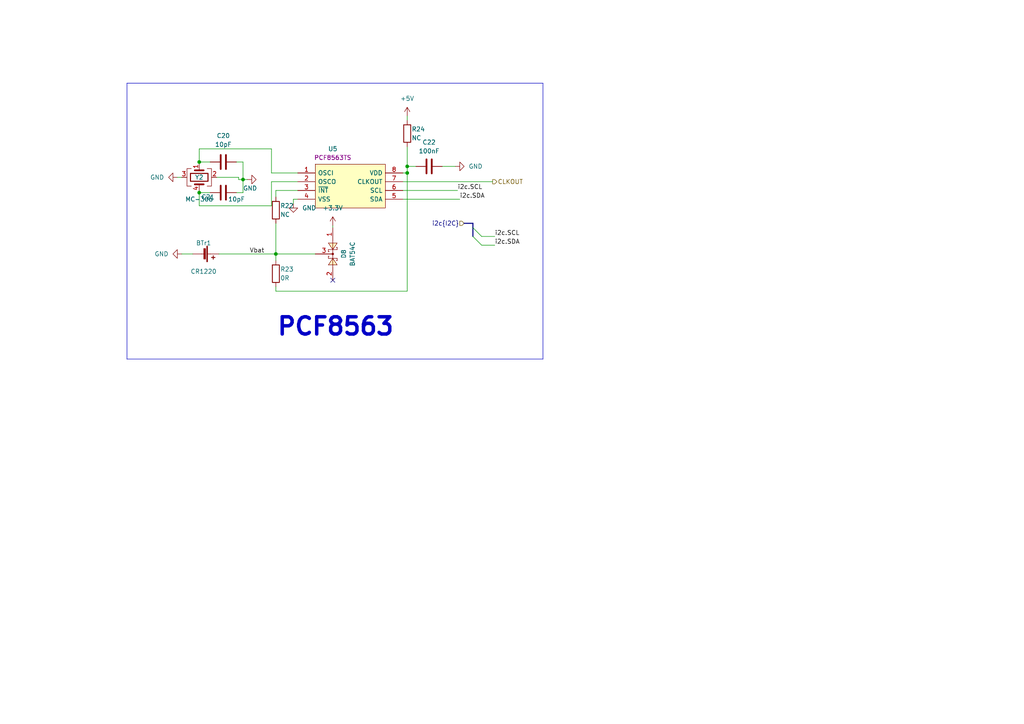
<source format=kicad_sch>
(kicad_sch (version 20231120) (generator "eeschema") (generator_version "8.0")
  (paper "A4")
  (lib_symbols
    (symbol "Device:Battery_Cell" (pin_numbers hide) (pin_names (offset 0) hide)
      (property "Reference" "BT" (at 2.54 2.54 0))
      (property "Value" "Battery_Cell" (at 2.54 0 0))
      (symbol "Battery_Cell_0_1"
        (rectangle (start -2.286 1.778) (end 2.286 1.524) (fill (type outline)))
        (rectangle (start -1.5748 1.1938) (end 1.4732 0.6858) (fill (type outline)))
        (polyline (pts (xy 0 0.762) (xy 0 0)))
        (polyline (pts (xy 0 1.778) (xy 0 2.54)))
        (polyline (pts (xy 0.508 3.429) (xy 1.524 3.429)) (stroke (width 0.254)))
        (polyline (pts (xy 1.016 3.937) (xy 1.016 2.921)) (stroke (width 0.254)))
      )
      (symbol "Battery_Cell_1_1"
        (pin passive line (at 0 5.08 270) (length 2.54) (name "+") (number "1"))
        (pin passive line (at 0 -2.54 90) (length 2.54) (name "-") (number "2"))
      )
    )
    (symbol "Device:C" (pin_numbers hide) (pin_names (offset 0.254))
      (property "Reference" "C" (at 0.635 2.54 0))
      (property "Value" "C" (at 0.635 -2.54 0))
      (symbol "C_0_1"
        (polyline (pts (xy -2.032 -0.762) (xy 2.032 -0.762)) (stroke (width 0.508)))
        (polyline (pts (xy -2.032 0.762) (xy 2.032 0.762)) (stroke (width 0.508)))
      )
      (symbol "C_1_1"
        (pin passive line (at 0 3.81 270) (length 2.794) (name "~") (number "1"))
        (pin passive line (at 0 -3.81 90) (length 2.794) (name "~") (number "2"))
      )
    )
    (symbol "Device:Crystal_GND23" (pin_names (offset 1.016) hide)
      (property "Reference" "Y" (at 3.175 5.08 0))
      (property "Value" "Crystal_GND23" (at 3.175 3.175 0))
      (symbol "Crystal_GND23_0_1"
        (rectangle (start -1.143 2.54) (end 1.143 -2.54) (stroke (width 0.3048)))
        (polyline (pts (xy -2.54 0) (xy -2.032 0)))
        (polyline (pts (xy -2.032 -1.27) (xy -2.032 1.27)) (stroke (width 0.508)))
        (polyline (pts (xy 0 -3.81) (xy 0 -3.556)))
        (polyline (pts (xy 0 3.556) (xy 0 3.81)))
        (polyline (pts (xy 2.032 -1.27) (xy 2.032 1.27)) (stroke (width 0.508)))
        (polyline (pts (xy 2.032 0) (xy 2.54 0)))
        (polyline (pts (xy -2.54 -2.286) (xy -2.54 -3.556) (xy 2.54 -3.556) (xy 2.54 -2.286)))
        (polyline (pts (xy -2.54 2.286) (xy -2.54 3.556) (xy 2.54 3.556) (xy 2.54 2.286)))
      )
      (symbol "Crystal_GND23_1_1"
        (pin passive line (at -3.81 0 0) (length 1.27) (name "1") (number "1"))
        (pin passive line (at 0 5.08 270) (length 1.27) (name "2") (number "2"))
        (pin passive line (at 0 -5.08 90) (length 1.27) (name "3") (number "3"))
        (pin passive line (at 3.81 0 180) (length 1.27) (name "4") (number "4"))
      )
    )
    (symbol "Device:R" (pin_numbers hide) (pin_names (offset 0))
      (property "Reference" "R" (at 2.032 0 90))
      (property "Value" "R" (at 0 0 90))
      (symbol "R_0_1"
        (rectangle (start -1.016 -2.54) (end 1.016 2.54) (stroke (width 0.254)))
      )
      (symbol "R_1_1"
        (pin passive line (at 0 3.81 270) (length 1.27) (name "~") (number "1"))
        (pin passive line (at 0 -3.81 90) (length 1.27) (name "~") (number "2"))
      )
    )
    (symbol "IVS_SYMBOLS:BAT54C" (pin_names (offset 1.016))
      (property "Reference" "D" (at 0.635 -3.81 0))
      (property "Value" "BAT54C" (at -6.35 3.175 0))
      (symbol "BAT54C_0_1"
        (polyline (pts (xy -1.905 0) (xy 1.905 0)))
        (polyline (pts (xy -1.905 1.27) (xy -1.905 1.016)))
        (polyline (pts (xy -1.27 -1.27) (xy -0.635 -1.27)))
        (polyline (pts (xy -1.27 0) (xy -3.81 0)))
        (polyline (pts (xy -1.27 1.27) (xy -1.905 1.27)))
        (polyline (pts (xy -1.27 1.27) (xy -1.27 -1.27)))
        (polyline (pts (xy -0.635 -1.27) (xy -0.635 -1.016)))
        (polyline (pts (xy 0.635 -1.27) (xy 0.635 -1.016)))
        (polyline (pts (xy 1.27 -1.27) (xy 0.635 -1.27)))
        (polyline (pts (xy 1.27 1.27) (xy 1.27 -1.27)))
        (polyline (pts (xy 1.27 1.27) (xy 1.905 1.27)))
        (polyline (pts (xy 1.905 1.27) (xy 1.905 1.016)))
        (polyline (pts (xy 3.81 0) (xy 1.27 0)))
        (circle (center 0 0) (radius 0.254) (fill (type outline)))
      )
      (symbol "BAT54C_1_1"
        (polyline (pts (xy -3.175 -1.27) (xy -3.175 1.27) (xy -1.27 0) (xy -3.175 -1.27)) (fill (type background)))
        (polyline (pts (xy 3.175 -1.27) (xy 3.175 1.27) (xy 1.27 0) (xy 3.175 -1.27)) (fill (type background)))
        (pin passive line (at -7.62 0 0) (length 3.81) (name "~") (number "1"))
        (pin passive line (at 7.62 0 180) (length 3.81) (name "~") (number "2"))
        (pin passive line (at 0 -5.08 90) (length 5.08) (name "~") (number "3"))
      )
    )
    (symbol "power:+3.3V" (power) (pin_numbers hide) (pin_names (offset 0) hide)
      (property "Value" "+3.3V" (at 0 3.556 0))
      (symbol "+3.3V_0_1"
        (polyline (pts (xy -0.762 1.27) (xy 0 2.54)))
        (polyline (pts (xy 0 0) (xy 0 2.54)))
        (polyline (pts (xy 0 2.54) (xy 0.762 1.27)))
      )
      (symbol "+3.3V_1_1"
        (pin power_in line (at 0 0 90) (length 0) (name "~") (number "1"))
      )
    )
    (symbol "power:+5V" (power) (pin_names (offset 0))
      (property "Value" "+5V" (at 0 3.556 0))
      (symbol "+5V_0_1"
        (polyline (pts (xy -0.762 1.27) (xy 0 2.54)))
        (polyline (pts (xy 0 0) (xy 0 2.54)))
        (polyline (pts (xy 0 2.54) (xy 0.762 1.27)))
      )
      (symbol "+5V_1_1"
        (pin power_in line (at 0 0 90) (length 0) hide (name "+5V") (number "1"))
      )
    )
    (symbol "power:GND" (power) (pin_names (offset 0))
      (property "Value" "GND" (at 0 -3.81 0))
      (symbol "GND_0_1"
        (polyline (pts (xy 0 0) (xy 0 -1.27) (xy 1.27 -1.27) (xy 0 -2.54) (xy -1.27 -1.27) (xy 0 -1.27)))
      )
      (symbol "GND_1_1"
        (pin power_in line (at 0 0 270) (length 0) hide (name "GND") (number "1"))
      )
    )
    (symbol "project:PCF8563TS" (pin_names (offset 0.762))
      (property "Reference" "U" (at -10.16 9.525 0))
      (property "Symbol" "PCF8563TS" (at -10.16 7.62 0))
      (symbol "PCF8563TS_0_0"
        (pin passive line (at -15.24 3.81 0) (length 5.08) (name "OSCI") (number "1"))
        (pin passive line (at -15.24 1.27 0) (length 5.08) (name "OSCO") (number "2"))
        (pin passive line (at -15.24 -1.27 0) (length 5.08) (name "~{INT}") (number "3"))
        (pin passive line (at -15.24 -3.81 0) (length 5.08) (name "VSS") (number "4"))
        (pin passive line (at 15.24 -3.81 180) (length 5.08) (name "SDA") (number "5"))
        (pin passive line (at 15.24 -1.27 180) (length 5.08) (name "SCL") (number "6"))
        (pin passive line (at 15.24 1.27 180) (length 5.08) (name "CLKOUT") (number "7"))
        (pin passive line (at 15.24 3.81 180) (length 5.08) (name "VDD") (number "8"))
      )
      (symbol "PCF8563TS_0_1"
        (polyline (pts (xy -10.16 6.35) (xy 10.16 6.35) (xy 10.16 -6.35) (xy -10.16 -6.35) (xy -10.16 6.35)) (stroke (width 0.1524)) (fill (type background)))
      )
    )
  )
  (junction (at 70.485 52.07))
  (junction (at 118.11 50.165))
  (junction (at 57.785 46.99))
  (junction (at 80.01 73.66))
  (junction (at 118.11 48.26))
  (junction (at 57.785 55.88))
  (no_connect (at 96.52 81.28))
  (bus_entry (at 139.7 68.58) (size -2.54 -2.54))
  (bus_entry (at 139.7 71.12) (size -2.54 -2.54))
  (wire (pts (xy 116.84 57.785) (xy 133.35 57.785)))
  (wire (pts (xy 69.215 52.07) (xy 70.485 52.07)))
  (wire (pts (xy 80.01 64.77) (xy 80.01 73.66)))
  (wire (pts (xy 118.11 48.26) (xy 118.11 50.165)))
  (wire (pts (xy 57.785 55.245) (xy 57.785 55.88)))
  (wire (pts (xy 139.7 71.12) (xy 143.51 71.12)))
  (wire (pts (xy 70.485 52.07) (xy 71.755 52.07)))
  (wire (pts (xy 78.74 52.705) (xy 86.36 52.705)))
  (wire (pts (xy 68.58 55.88) (xy 70.485 55.88)))
  (polyline (pts (xy 36.83 24.13) (xy 36.83 104.14)))
  (wire (pts (xy 69.215 51.435) (xy 62.865 51.435)))
  (wire (pts (xy 116.84 50.165) (xy 118.11 50.165)))
  (wire (pts (xy 80.01 73.66) (xy 80.01 75.565)))
  (wire (pts (xy 116.84 52.705) (xy 142.875 52.705)))
  (wire (pts (xy 78.74 59.69) (xy 57.785 59.69)))
  (wire (pts (xy 118.11 33.655) (xy 118.11 34.925)))
  (wire (pts (xy 70.485 46.99) (xy 70.485 52.07)))
  (bus (pts (xy 134.62 64.77) (xy 137.16 64.77)))
  (polyline (pts (xy 157.48 104.14) (xy 157.48 24.13)))
  (wire (pts (xy 139.7 68.58) (xy 143.51 68.58)))
  (wire (pts (xy 57.785 55.88) (xy 60.96 55.88)))
  (wire (pts (xy 78.74 43.18) (xy 78.74 50.165)))
  (wire (pts (xy 68.58 46.99) (xy 70.485 46.99)))
  (wire (pts (xy 80.01 83.185) (xy 80.01 84.455)))
  (wire (pts (xy 128.27 48.26) (xy 132.08 48.26)))
  (wire (pts (xy 63.5 73.66) (xy 80.01 73.66)))
  (wire (pts (xy 57.785 46.99) (xy 57.785 47.625)))
  (wire (pts (xy 78.74 52.705) (xy 78.74 59.69)))
  (wire (pts (xy 51.435 51.435) (xy 52.705 51.435)))
  (wire (pts (xy 57.785 46.99) (xy 60.96 46.99)))
  (wire (pts (xy 96.52 65.405) (xy 96.52 66.04)))
  (wire (pts (xy 80.01 55.245) (xy 80.01 57.15)))
  (bus (pts (xy 137.16 68.58) (xy 137.16 66.04)))
  (wire (pts (xy 85.09 57.785) (xy 86.36 57.785)))
  (wire (pts (xy 120.65 48.26) (xy 118.11 48.26)))
  (wire (pts (xy 78.74 43.18) (xy 57.785 43.18)))
  (wire (pts (xy 86.36 50.165) (xy 78.74 50.165)))
  (wire (pts (xy 91.44 73.66) (xy 80.01 73.66)))
  (wire (pts (xy 70.485 52.07) (xy 70.485 55.88)))
  (wire (pts (xy 55.88 73.66) (xy 52.705 73.66)))
  (wire (pts (xy 118.11 42.545) (xy 118.11 48.26)))
  (wire (pts (xy 69.215 52.07) (xy 69.215 51.435)))
  (wire (pts (xy 57.785 43.18) (xy 57.785 46.99)))
  (wire (pts (xy 132.715 55.245) (xy 116.84 55.245)))
  (polyline (pts (xy 36.83 104.14) (xy 157.48 104.14)))
  (wire (pts (xy 57.785 59.69) (xy 57.785 55.88)))
  (wire (pts (xy 80.01 84.455) (xy 118.11 84.455)))
  (wire (pts (xy 85.09 59.055) (xy 85.09 57.785)))
  (bus (pts (xy 137.16 66.04) (xy 137.16 64.77)))
  (wire (pts (xy 118.11 84.455) (xy 118.11 50.165)))
  (polyline (pts (xy 36.83 24.13) (xy 157.48 24.13)))
  (wire (pts (xy 80.01 55.245) (xy 86.36 55.245)))
  (text "PCF8563\n" (at 80.01 97.79 0) (effects (font (size 5 5) (bold yes)) (justify left bottom)))
  (label "Vbat" (at 72.39 73.66 0))
  (label "i2c.SCL" (at 143.51 68.58 0))
  (label "i2c.SDA" (at 143.51 71.12 0))
  (label "i2c.SDA" (at 133.35 57.785 0))
  (label "i2c.SCL" (at 132.715 55.245 0))
  (hierarchical_label "CLKOUT" (shape output) (at 142.875 52.705 0))
  (hierarchical_label "i2c{I2C}" (shape input) (at 134.62 64.77 180))
  (symbol (lib_id "power:+3.3V") (at 96.52 65.405 0) (unit 1)
    (property "Reference" "#PWR029" (effects (hide yes)))
    (property "Value" "+3.3V" (at 96.52 60.325 0))
    (property "Description" "Power symbol creates a global label with name \"+3.3V\"" (effects (hide yes)))
  )
  (symbol (lib_id "power:GND") (at 85.09 59.055 0) (unit 1)
    (property "Reference" "#PWR034" (effects (hide yes)))
    (property "Value" "GND" (at 87.63 60.3249 0) (effects (justify left)))
    (instances (project "DongTamV2" (path "" (reference "#PWR034") (unit 1))) (project "dongtam" (path "" (reference "#PWR?") (unit 1))))
  )
  (symbol (lib_id "Device:C") (at 64.77 55.88 90) (unit 1)
    (property "Reference" "C21" (at 60.325 57.15 90))
    (property "Value" "10pF" (at 68.58 57.785 90))
    (property "Footprint" "SpiritBoi_Footprint_Library:C_0603" (effects (hide yes)))
    (instances (project "DongTamV2" (path "" (reference "C21") (unit 1))) (project "dongtam" (path "" (reference "C?") (unit 1))))
  )
  (symbol (lib_id "power:GND") (at 51.435 51.435 270) (unit 1)
    (property "Reference" "#PWR031" (effects (hide yes)))
    (property "Value" "GND" (at 47.625 51.4349 90) (effects (justify right)))
    (instances (project "DongTamV2" (path "" (reference "#PWR031") (unit 1))) (project "dongtam" (path "" (reference "#PWR?") (unit 1))))
  )
  (symbol (lib_id "Device:Battery_Cell") (at 58.42 73.66 270) (unit 1)
    (property "Reference" "BTr1" (at 59.055 70.485 90))
    (property "Value" "CR1220" (at 59.055 78.74 90))
    (property "Footprint" "SpiritBoi_Footprint_Library:BatteryHolder-SMD-CR1220" (effects (hide yes)))
    (instances (project "DongTamV2" (path "" (reference "BTr1") (unit 1))) (project "dongtam" (path "" (reference "BT?") (unit 1))))
  )
  (symbol (lib_id "Device:R") (at 118.11 38.735 0) (unit 1)
    (property "Reference" "R24" (at 119.38 37.465 0) (effects (justify left)))
    (property "Value" "NC" (at 119.38 40.005 0) (effects (justify left)))
    (property "Footprint" "SpiritBoi_Footprint_Library:R_0603" (effects (hide yes)))
    (instances (project "DongTamV2" (path "" (reference "R24") (unit 1))) (project "dongtam" (path "" (reference "R?") (unit 1))))
  )
  (symbol (lib_id "Device:C") (at 124.46 48.26 90) (unit 1)
    (property "Reference" "C22" (at 124.46 41.275 90))
    (property "Value" "100nF" (at 124.46 43.815 90))
    (property "Footprint" "SpiritBoi_Footprint_Library:C_0603" (effects (hide yes)))
    (instances (project "DongTamV2" (path "" (reference "C22") (unit 1))) (project "dongtam" (path "" (reference "C?") (unit 1))))
  )
  (symbol (lib_id "power:+5V") (at 118.11 33.655 0) (unit 1)
    (property "Reference" "#PWR036" (effects (hide yes)))
    (property "Value" "+5V" (at 118.11 28.575 0))
    (instances (project "DongTamV2" (path "" (reference "#PWR036") (unit 1))) (project "dongtam" (path "" (reference "#PWR?") (unit 1))))
  )
  (symbol (lib_id "project:PCF8563TS") (at 101.6 53.975 0) (unit 1)
    (property "Reference" "U5" (at 96.52 43.18 0))
    (property "Value" "PCF8563TS" (effects (hide yes)))
    (property "Footprint" "SpiritBoi_Footprint_Library:Package-IC-Vert-SMD-1.27mm-8P-SOIC_8_Narrow_3.9x4.9mm" (effects (hide yes)))
    (property "Datasheet" "http://www.nxp.com/docs/en/data-sheet/PCF8563.pdf" (effects (hide yes)))
    (property "Description" "NXP - PCF8563TS/5,118 - REAL TIME CLOCK, 5.5V, I2C, TSSOP-8" (effects (hide yes)))
    (property "Symbol" "PCF8563TS" (at 96.52 45.72 0))
    (property "Note" "https://www.mouser.co.uk/ProductDetail/NXP-Semiconductors/PCF8563TS-5118?qs=beN0Cyoe8Ynnzly4fQaDyw%3D%3D" (effects (hide yes)))
    (property "Mfg Part" "PCF8563TS/5,118" (effects (hide yes)))
    (property "Manufacturer" "NXP" (effects (hide yes)))
    (property "Package" "TSSOP-8" (effects (hide yes)))
    (instances (project "DongTamV2" (path "" (reference "U5") (unit 1))) (project "dongtam" (path "" (reference "U?") (unit 1))))
  )
  (symbol (lib_id "IVS_SYMBOLS:BAT54C") (at 96.52 73.66 270) (unit 1)
    (property "Reference" "D8" (at 99.695 73.66 0))
    (property "Value" "BAT54C" (at 102.235 73.66 0))
    (property "Footprint" "SpiritBoi_Footprint_Library:SOT23-3" (effects (hide yes)))
    (property "Datasheet" "http://www.diodes.com/_files/datasheets/ds11005.pdf" (effects (hide yes)))
    (instances (project "DongTamV2" (path "" (reference "D8") (unit 1))) (project "dongtam" (path "" (reference "D?") (unit 1))))
  )
  (symbol (lib_id "power:GND") (at 132.08 48.26 90) (unit 1)
    (property "Reference" "#PWR037" (effects (hide yes)))
    (property "Value" "GND" (at 135.89 48.2599 90) (effects (justify right)))
    (instances (project "DongTamV2" (path "" (reference "#PWR037") (unit 1))) (project "dongtam" (path "" (reference "#PWR?") (unit 1))))
  )
  (symbol (lib_id "power:GND") (at 71.755 52.07 90) (unit 1)
    (property "Reference" "#PWR033" (effects (hide yes)))
    (property "Value" "GND" (at 70.485 54.61 90) (effects (justify right)))
    (instances (project "DongTamV2" (path "" (reference "#PWR033") (unit 1))) (project "dongtam" (path "" (reference "#PWR?") (unit 1))))
  )
  (symbol (lib_id "Device:R") (at 80.01 60.96 0) (unit 1)
    (property "Reference" "R22" (at 81.28 59.69 0) (effects (justify left)))
    (property "Value" "NC" (at 81.28 62.23 0) (effects (justify left)))
    (property "Footprint" "SpiritBoi_Footprint_Library:R_0603" (effects (hide yes)))
    (instances (project "DongTamV2" (path "" (reference "R22") (unit 1))) (project "dongtam" (path "" (reference "R?") (unit 1))))
  )
  (symbol (lib_id "Device:C") (at 64.77 46.99 90) (unit 1)
    (property "Reference" "C20" (at 64.77 39.37 90))
    (property "Value" "10pF" (at 64.77 41.91 90))
    (property "Footprint" "SpiritBoi_Footprint_Library:C_0603" (effects (hide yes)))
    (instances (project "DongTamV2" (path "" (reference "C20") (unit 1))) (project "dongtam" (path "" (reference "C?") (unit 1))))
  )
  (symbol (lib_id "Device:Crystal_GND23") (at 57.785 51.435 270) (unit 1)
    (property "Reference" "Y2" (at 57.785 51.435 90))
    (property "Value" "MC-306" (at 57.785 57.785 90))
    (property "Footprint" "Crystal:Crystal_SMD_SeikoEpson_MC306-4Pin_8.0x3.2mm" (effects (hide yes)))
  )
  (symbol (lib_id "Device:R") (at 80.01 79.375 0) (unit 1)
    (property "Reference" "R23" (at 81.28 78.105 0) (effects (justify left)))
    (property "Value" "0R" (at 81.28 80.645 0) (effects (justify left)))
    (property "Footprint" "SpiritBoi_Footprint_Library:R_0603" (effects (hide yes)))
    (instances (project "DongTamV2" (path "" (reference "R23") (unit 1))) (project "dongtam" (path "" (reference "R?") (unit 1))))
  )
  (symbol (lib_id "power:GND") (at 52.705 73.66 270) (unit 1)
    (property "Reference" "#PWR032" (effects (hide yes)))
    (property "Value" "GND" (at 48.895 73.6599 90) (effects (justify right)))
    (instances (project "DongTamV2" (path "" (reference "#PWR032") (unit 1))) (project "dongtam" (path "" (reference "#PWR?") (unit 1))))
  )
)
</source>
